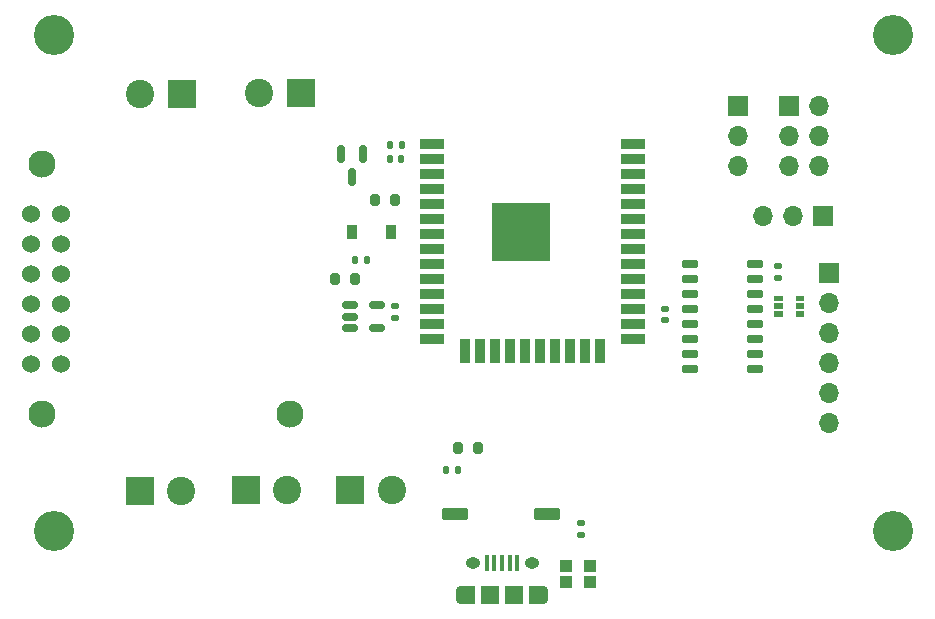
<source format=gbr>
%TF.GenerationSoftware,KiCad,Pcbnew,(6.0.0-0)*%
%TF.CreationDate,2022-09-07T16:36:10-04:00*%
%TF.ProjectId,Dome_Controller,446f6d65-5f43-46f6-9e74-726f6c6c6572,rev?*%
%TF.SameCoordinates,Original*%
%TF.FileFunction,Soldermask,Top*%
%TF.FilePolarity,Negative*%
%FSLAX46Y46*%
G04 Gerber Fmt 4.6, Leading zero omitted, Abs format (unit mm)*
G04 Created by KiCad (PCBNEW (6.0.0-0)) date 2022-09-07 16:36:10*
%MOMM*%
%LPD*%
G01*
G04 APERTURE LIST*
G04 Aperture macros list*
%AMRoundRect*
0 Rectangle with rounded corners*
0 $1 Rounding radius*
0 $2 $3 $4 $5 $6 $7 $8 $9 X,Y pos of 4 corners*
0 Add a 4 corners polygon primitive as box body*
4,1,4,$2,$3,$4,$5,$6,$7,$8,$9,$2,$3,0*
0 Add four circle primitives for the rounded corners*
1,1,$1+$1,$2,$3*
1,1,$1+$1,$4,$5*
1,1,$1+$1,$6,$7*
1,1,$1+$1,$8,$9*
0 Add four rect primitives between the rounded corners*
20,1,$1+$1,$2,$3,$4,$5,0*
20,1,$1+$1,$4,$5,$6,$7,0*
20,1,$1+$1,$6,$7,$8,$9,0*
20,1,$1+$1,$8,$9,$2,$3,0*%
G04 Aperture macros list end*
%ADD10C,0.010000*%
%ADD11RoundRect,0.135000X-0.185000X0.135000X-0.185000X-0.135000X0.185000X-0.135000X0.185000X0.135000X0*%
%ADD12R,1.000000X1.000000*%
%ADD13R,2.400000X2.400000*%
%ADD14C,2.400000*%
%ADD15RoundRect,0.140000X-0.170000X0.140000X-0.170000X-0.140000X0.170000X-0.140000X0.170000X0.140000X0*%
%ADD16RoundRect,0.200000X-0.200000X-0.275000X0.200000X-0.275000X0.200000X0.275000X-0.200000X0.275000X0*%
%ADD17R,0.400000X1.350000*%
%ADD18R,1.500000X1.550000*%
%ADD19O,0.890000X1.550000*%
%ADD20O,1.250000X0.950000*%
%ADD21R,1.200000X1.550000*%
%ADD22R,2.000000X0.900000*%
%ADD23R,0.900000X2.000000*%
%ADD24R,5.000000X5.000000*%
%ADD25RoundRect,0.140000X0.140000X0.170000X-0.140000X0.170000X-0.140000X-0.170000X0.140000X-0.170000X0*%
%ADD26RoundRect,0.100000X1.000000X0.400000X-1.000000X0.400000X-1.000000X-0.400000X1.000000X-0.400000X0*%
%ADD27R,0.914400X1.219200*%
%ADD28C,3.400000*%
%ADD29R,1.700000X1.700000*%
%ADD30O,1.700000X1.700000*%
%ADD31RoundRect,0.150000X-0.150000X0.587500X-0.150000X-0.587500X0.150000X-0.587500X0.150000X0.587500X0*%
%ADD32C,1.524000*%
%ADD33C,2.300000*%
%ADD34RoundRect,0.140000X-0.140000X-0.170000X0.140000X-0.170000X0.140000X0.170000X-0.140000X0.170000X0*%
%ADD35RoundRect,0.049600X-0.605400X-0.260400X0.605400X-0.260400X0.605400X0.260400X-0.605400X0.260400X0*%
%ADD36RoundRect,0.150000X-0.512500X-0.150000X0.512500X-0.150000X0.512500X0.150000X-0.512500X0.150000X0*%
%ADD37RoundRect,0.200000X0.200000X0.275000X-0.200000X0.275000X-0.200000X-0.275000X0.200000X-0.275000X0*%
G04 APERTURE END LIST*
D10*
%TO.C,U5*%
X137930000Y-83745800D02*
X138555000Y-83745800D01*
X138555000Y-83745800D02*
X138555000Y-84145800D01*
X138555000Y-84145800D02*
X137930000Y-84145800D01*
X137930000Y-84145800D02*
X137930000Y-83745800D01*
G36*
X138555000Y-84145800D02*
G01*
X137930000Y-84145800D01*
X137930000Y-83745800D01*
X138555000Y-83745800D01*
X138555000Y-84145800D01*
G37*
X138555000Y-84145800D02*
X137930000Y-84145800D01*
X137930000Y-83745800D01*
X138555000Y-83745800D01*
X138555000Y-84145800D01*
X139755000Y-84395800D02*
X140380000Y-84395800D01*
X140380000Y-84395800D02*
X140380000Y-84795800D01*
X140380000Y-84795800D02*
X139755000Y-84795800D01*
X139755000Y-84795800D02*
X139755000Y-84395800D01*
G36*
X140380000Y-84795800D02*
G01*
X139755000Y-84795800D01*
X139755000Y-84395800D01*
X140380000Y-84395800D01*
X140380000Y-84795800D01*
G37*
X140380000Y-84795800D02*
X139755000Y-84795800D01*
X139755000Y-84395800D01*
X140380000Y-84395800D01*
X140380000Y-84795800D01*
X137930000Y-84395800D02*
X138555000Y-84395800D01*
X138555000Y-84395800D02*
X138555000Y-84795800D01*
X138555000Y-84795800D02*
X137930000Y-84795800D01*
X137930000Y-84795800D02*
X137930000Y-84395800D01*
G36*
X138555000Y-84795800D02*
G01*
X137930000Y-84795800D01*
X137930000Y-84395800D01*
X138555000Y-84395800D01*
X138555000Y-84795800D01*
G37*
X138555000Y-84795800D02*
X137930000Y-84795800D01*
X137930000Y-84395800D01*
X138555000Y-84395800D01*
X138555000Y-84795800D01*
X137930000Y-83095800D02*
X138555000Y-83095800D01*
X138555000Y-83095800D02*
X138555000Y-83495800D01*
X138555000Y-83495800D02*
X137930000Y-83495800D01*
X137930000Y-83495800D02*
X137930000Y-83095800D01*
G36*
X138555000Y-83495800D02*
G01*
X137930000Y-83495800D01*
X137930000Y-83095800D01*
X138555000Y-83095800D01*
X138555000Y-83495800D01*
G37*
X138555000Y-83495800D02*
X137930000Y-83495800D01*
X137930000Y-83095800D01*
X138555000Y-83095800D01*
X138555000Y-83495800D01*
X139755000Y-83095800D02*
X140380000Y-83095800D01*
X140380000Y-83095800D02*
X140380000Y-83495800D01*
X140380000Y-83495800D02*
X139755000Y-83495800D01*
X139755000Y-83495800D02*
X139755000Y-83095800D01*
G36*
X140380000Y-83495800D02*
G01*
X139755000Y-83495800D01*
X139755000Y-83095800D01*
X140380000Y-83095800D01*
X140380000Y-83495800D01*
G37*
X140380000Y-83495800D02*
X139755000Y-83495800D01*
X139755000Y-83095800D01*
X140380000Y-83095800D01*
X140380000Y-83495800D01*
X139755000Y-83745800D02*
X140380000Y-83745800D01*
X140380000Y-83745800D02*
X140380000Y-84145800D01*
X140380000Y-84145800D02*
X139755000Y-84145800D01*
X139755000Y-84145800D02*
X139755000Y-83745800D01*
G36*
X140380000Y-84145800D02*
G01*
X139755000Y-84145800D01*
X139755000Y-83745800D01*
X140380000Y-83745800D01*
X140380000Y-84145800D01*
G37*
X140380000Y-84145800D02*
X139755000Y-84145800D01*
X139755000Y-83745800D01*
X140380000Y-83745800D01*
X140380000Y-84145800D01*
%TD*%
D11*
%TO.C,R4*%
X121580000Y-102330000D03*
X121580000Y-103350000D03*
%TD*%
D12*
%TO.C,L1*%
X122375000Y-107320000D03*
X122375000Y-106020000D03*
X120345000Y-106020000D03*
X120345000Y-107320000D03*
%TD*%
D13*
%TO.C,J5*%
X87780000Y-66000000D03*
D14*
X84280000Y-66000000D03*
%TD*%
D15*
%TO.C,C4*%
X138220000Y-80620000D03*
X138220000Y-81580000D03*
%TD*%
D13*
%TO.C,J8*%
X93190000Y-99570000D03*
D14*
X96690000Y-99570000D03*
%TD*%
D16*
%TO.C,R2*%
X104165000Y-75030000D03*
X105815000Y-75030000D03*
%TD*%
%TO.C,R3*%
X100755000Y-81700000D03*
X102405000Y-81700000D03*
%TD*%
D17*
%TO.C,J1*%
X113600000Y-105750000D03*
X114250000Y-105750000D03*
X114900000Y-105750000D03*
X115550000Y-105750000D03*
X116200000Y-105750000D03*
D18*
X115900000Y-108450000D03*
D19*
X118400000Y-108450000D03*
D20*
X117400000Y-105750000D03*
D21*
X112000000Y-108450000D03*
D20*
X112400000Y-105750000D03*
D21*
X117800000Y-108450000D03*
D18*
X113900000Y-108450000D03*
D19*
X111400000Y-108450000D03*
%TD*%
D22*
%TO.C,U1*%
X108980000Y-70245000D03*
X108980000Y-71515000D03*
X108980000Y-72785000D03*
X108980000Y-74055000D03*
X108980000Y-75325000D03*
X108980000Y-76595000D03*
X108980000Y-77865000D03*
X108980000Y-79135000D03*
X108980000Y-80405000D03*
X108980000Y-81675000D03*
X108980000Y-82945000D03*
X108980000Y-84215000D03*
X108980000Y-85485000D03*
X108980000Y-86755000D03*
D23*
X111765000Y-87755000D03*
X113035000Y-87755000D03*
X114305000Y-87755000D03*
X115575000Y-87755000D03*
X116845000Y-87755000D03*
X118115000Y-87755000D03*
X119385000Y-87755000D03*
X120655000Y-87755000D03*
X121925000Y-87755000D03*
X123195000Y-87755000D03*
D22*
X125980000Y-86755000D03*
X125980000Y-85485000D03*
X125980000Y-84215000D03*
X125980000Y-82945000D03*
X125980000Y-81675000D03*
X125980000Y-80405000D03*
X125980000Y-79135000D03*
X125980000Y-77865000D03*
X125980000Y-76595000D03*
X125980000Y-75325000D03*
X125980000Y-74055000D03*
X125980000Y-72785000D03*
X125980000Y-71515000D03*
X125980000Y-70245000D03*
D24*
X116480000Y-77745000D03*
%TD*%
D25*
%TO.C,C3*%
X106350000Y-71550000D03*
X105390000Y-71550000D03*
%TD*%
%TO.C,C5*%
X103440000Y-80110000D03*
X102480000Y-80110000D03*
%TD*%
D13*
%TO.C,J9*%
X102060000Y-99570000D03*
D14*
X105560000Y-99570000D03*
%TD*%
D25*
%TO.C,C2*%
X106390000Y-70320000D03*
X105430000Y-70320000D03*
%TD*%
D26*
%TO.C,SW1*%
X118705000Y-101600000D03*
X110905000Y-101600000D03*
%TD*%
D15*
%TO.C,C7*%
X105870000Y-83990000D03*
X105870000Y-84950000D03*
%TD*%
D27*
%TO.C,CR1*%
X105476800Y-77738500D03*
X102200200Y-77738500D03*
%TD*%
D28*
%TO.C,REF\u002A\u002A*%
X77000000Y-61000000D03*
%TD*%
D29*
%TO.C,J3*%
X139210000Y-67040000D03*
D30*
X141750000Y-67040000D03*
X139210000Y-69580000D03*
X141750000Y-69580000D03*
X139210000Y-72120000D03*
X141750000Y-72120000D03*
%TD*%
D31*
%TO.C,U2*%
X103130000Y-71142500D03*
X101230000Y-71142500D03*
X102180000Y-73017500D03*
%TD*%
D28*
%TO.C,REF\u002A\u002A*%
X77000000Y-103000000D03*
%TD*%
D29*
%TO.C,J2*%
X142610000Y-81150000D03*
D30*
X142610000Y-83690000D03*
X142610000Y-86230000D03*
X142610000Y-88770000D03*
X142610000Y-91310000D03*
X142610000Y-93850000D03*
%TD*%
D15*
%TO.C,C6*%
X128680000Y-84190000D03*
X128680000Y-85150000D03*
%TD*%
D28*
%TO.C,REF\u002A\u002A*%
X148000000Y-103000000D03*
%TD*%
D29*
%TO.C,J4*%
X142050000Y-76320000D03*
D30*
X139510000Y-76320000D03*
X136970000Y-76320000D03*
%TD*%
D28*
%TO.C,REF\u002A\u002A*%
X148000000Y-61000000D03*
%TD*%
D29*
%TO.C,J10*%
X134870000Y-67020000D03*
D30*
X134870000Y-69560000D03*
X134870000Y-72100000D03*
%TD*%
D13*
%TO.C,J7*%
X84230000Y-99650000D03*
D14*
X87730000Y-99650000D03*
%TD*%
D32*
%TO.C,U6*%
X75035000Y-76185000D03*
X75035000Y-78725000D03*
X75035000Y-81265000D03*
X75035000Y-83805000D03*
X75035000Y-86345000D03*
X75035000Y-88885000D03*
X77575000Y-88885000D03*
X77575000Y-86345000D03*
X77575000Y-83805000D03*
X77575000Y-81265000D03*
X77575000Y-78725000D03*
X77575000Y-76185000D03*
D33*
X75965000Y-71935000D03*
X75965000Y-93135000D03*
X96965000Y-93135000D03*
%TD*%
D34*
%TO.C,C1*%
X110180000Y-97890000D03*
X111140000Y-97890000D03*
%TD*%
D35*
%TO.C,U4*%
X130845000Y-80395000D03*
X130845000Y-81665000D03*
X130845000Y-82935000D03*
X130845000Y-84205000D03*
X130845000Y-85475000D03*
X130845000Y-86745000D03*
X130845000Y-88015000D03*
X130845000Y-89285000D03*
X136345000Y-89285000D03*
X136345000Y-88015000D03*
X136345000Y-86745000D03*
X136345000Y-85475000D03*
X136345000Y-84205000D03*
X136345000Y-82935000D03*
X136345000Y-81665000D03*
X136345000Y-80395000D03*
%TD*%
D13*
%TO.C,J6*%
X97850000Y-65930000D03*
D14*
X94350000Y-65930000D03*
%TD*%
D36*
%TO.C,U3*%
X102032500Y-83920000D03*
X102032500Y-84870000D03*
X102032500Y-85820000D03*
X104307500Y-85820000D03*
X104307500Y-83920000D03*
%TD*%
D37*
%TO.C,R1*%
X112855000Y-96010000D03*
X111205000Y-96010000D03*
%TD*%
M02*

</source>
